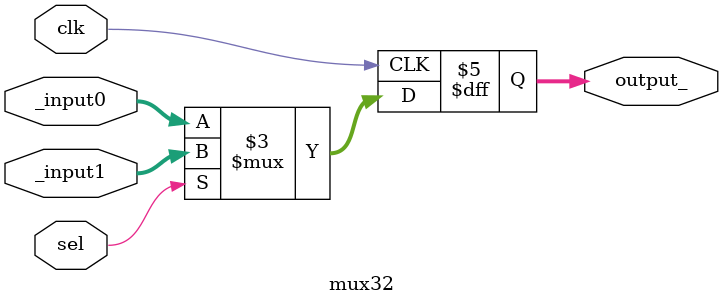
<source format=v>
module mux32(_input0, _input1, sel, output_, clk);
	input [31:0] _input0;		//Entrada 0 do Mux
	input [31:0] _input1;		//Entrada 1 do Mux
	input sel;					//Bit de seleção
	input clk;
	output reg[31:0] output_;
	always @ (posedge clk) begin
		if(sel)					//Atribuição da saida correspondente
			output_ = _input1;
		else output_ = _input0;
	end
endmodule

</source>
